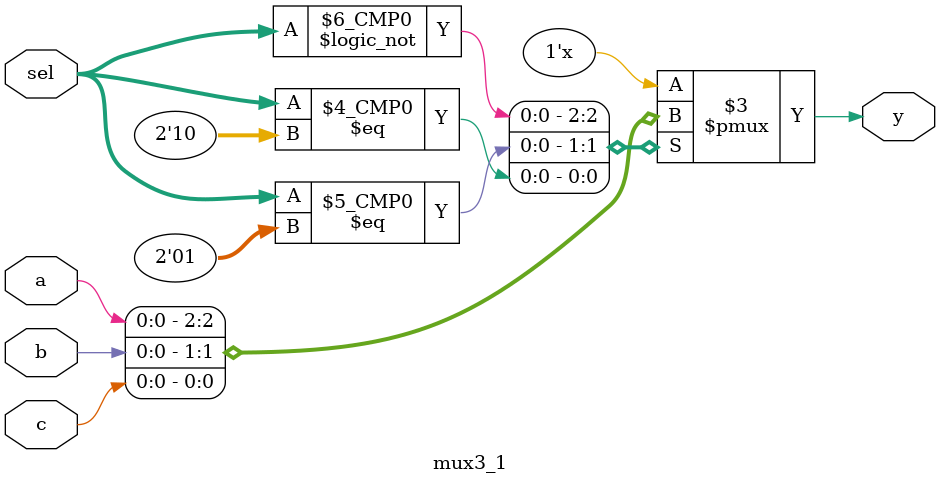
<source format=sv>
module mux3_1 (
    input logic [1:0] sel,    // 2-bit selection input
    input logic a,            // Input a
    input logic b,            // Input b
    input logic c,            // Input c
    output logic y             // Output
);

    always @(*) begin
        case (sel)
            2'b00: y = a;    // If sel = 00, output is a
            2'b01: y = b;    // If sel = 01, output is b
            2'b10: y = c;    // If sel = 10, output is c
            default: y = 1'bx; // Undefined state (for safety)
        endcase
    end

endmodule


</source>
